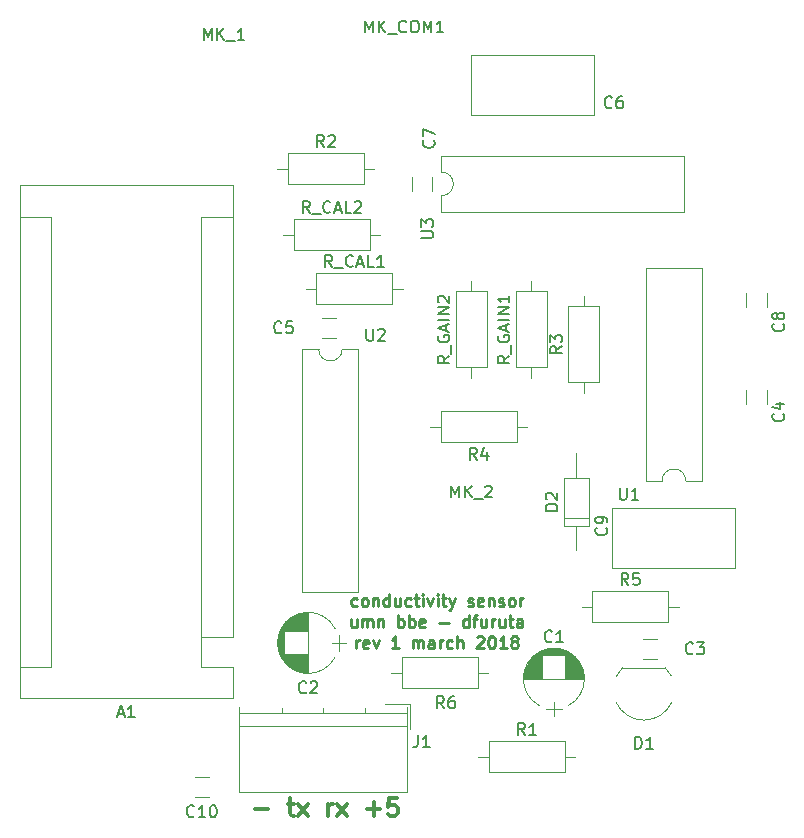
<source format=gbr>
G04 #@! TF.GenerationSoftware,KiCad,Pcbnew,(5.0.0-rc2-dev-179-gab3780148)*
G04 #@! TF.CreationDate,2018-03-20T14:47:54-05:00*
G04 #@! TF.ProjectId,conductivity_sensor,636F6E6475637469766974795F73656E,rev?*
G04 #@! TF.SameCoordinates,Original*
G04 #@! TF.FileFunction,Legend,Top*
G04 #@! TF.FilePolarity,Positive*
%FSLAX46Y46*%
G04 Gerber Fmt 4.6, Leading zero omitted, Abs format (unit mm)*
G04 Created by KiCad (PCBNEW (5.0.0-rc2-dev-179-gab3780148)) date 03/20/18 14:47:54*
%MOMM*%
%LPD*%
G01*
G04 APERTURE LIST*
%ADD10C,0.300000*%
%ADD11C,0.254000*%
%ADD12C,0.120000*%
%ADD13C,0.150000*%
G04 APERTURE END LIST*
D10*
X116900285Y-144125142D02*
X118043142Y-144125142D01*
X119686000Y-143696571D02*
X120257428Y-143696571D01*
X119900285Y-143196571D02*
X119900285Y-144482285D01*
X119971714Y-144625142D01*
X120114571Y-144696571D01*
X120257428Y-144696571D01*
X120614571Y-144696571D02*
X121400285Y-143696571D01*
X120614571Y-143696571D02*
X121400285Y-144696571D01*
X123114571Y-144696571D02*
X123114571Y-143696571D01*
X123114571Y-143982285D02*
X123186000Y-143839428D01*
X123257428Y-143768000D01*
X123400285Y-143696571D01*
X123543142Y-143696571D01*
X123900285Y-144696571D02*
X124686000Y-143696571D01*
X123900285Y-143696571D02*
X124686000Y-144696571D01*
X126400285Y-144125142D02*
X127543142Y-144125142D01*
X126971714Y-144696571D02*
X126971714Y-143553714D01*
X128971714Y-143196571D02*
X128257428Y-143196571D01*
X128186000Y-143910857D01*
X128257428Y-143839428D01*
X128400285Y-143768000D01*
X128757428Y-143768000D01*
X128900285Y-143839428D01*
X128971714Y-143910857D01*
X129043142Y-144053714D01*
X129043142Y-144410857D01*
X128971714Y-144553714D01*
X128900285Y-144625142D01*
X128757428Y-144696571D01*
X128400285Y-144696571D01*
X128257428Y-144625142D01*
X128186000Y-144553714D01*
D11*
X125584857Y-126903238D02*
X125488095Y-126951619D01*
X125294571Y-126951619D01*
X125197809Y-126903238D01*
X125149428Y-126854857D01*
X125101047Y-126758095D01*
X125101047Y-126467809D01*
X125149428Y-126371047D01*
X125197809Y-126322666D01*
X125294571Y-126274285D01*
X125488095Y-126274285D01*
X125584857Y-126322666D01*
X126165428Y-126951619D02*
X126068666Y-126903238D01*
X126020285Y-126854857D01*
X125971904Y-126758095D01*
X125971904Y-126467809D01*
X126020285Y-126371047D01*
X126068666Y-126322666D01*
X126165428Y-126274285D01*
X126310571Y-126274285D01*
X126407333Y-126322666D01*
X126455714Y-126371047D01*
X126504095Y-126467809D01*
X126504095Y-126758095D01*
X126455714Y-126854857D01*
X126407333Y-126903238D01*
X126310571Y-126951619D01*
X126165428Y-126951619D01*
X126939523Y-126274285D02*
X126939523Y-126951619D01*
X126939523Y-126371047D02*
X126987904Y-126322666D01*
X127084666Y-126274285D01*
X127229809Y-126274285D01*
X127326571Y-126322666D01*
X127374952Y-126419428D01*
X127374952Y-126951619D01*
X128294190Y-126951619D02*
X128294190Y-125935619D01*
X128294190Y-126903238D02*
X128197428Y-126951619D01*
X128003904Y-126951619D01*
X127907142Y-126903238D01*
X127858761Y-126854857D01*
X127810380Y-126758095D01*
X127810380Y-126467809D01*
X127858761Y-126371047D01*
X127907142Y-126322666D01*
X128003904Y-126274285D01*
X128197428Y-126274285D01*
X128294190Y-126322666D01*
X129213428Y-126274285D02*
X129213428Y-126951619D01*
X128778000Y-126274285D02*
X128778000Y-126806476D01*
X128826380Y-126903238D01*
X128923142Y-126951619D01*
X129068285Y-126951619D01*
X129165047Y-126903238D01*
X129213428Y-126854857D01*
X130132666Y-126903238D02*
X130035904Y-126951619D01*
X129842380Y-126951619D01*
X129745619Y-126903238D01*
X129697238Y-126854857D01*
X129648857Y-126758095D01*
X129648857Y-126467809D01*
X129697238Y-126371047D01*
X129745619Y-126322666D01*
X129842380Y-126274285D01*
X130035904Y-126274285D01*
X130132666Y-126322666D01*
X130422952Y-126274285D02*
X130810000Y-126274285D01*
X130568095Y-125935619D02*
X130568095Y-126806476D01*
X130616476Y-126903238D01*
X130713238Y-126951619D01*
X130810000Y-126951619D01*
X131148666Y-126951619D02*
X131148666Y-126274285D01*
X131148666Y-125935619D02*
X131100285Y-125984000D01*
X131148666Y-126032380D01*
X131197047Y-125984000D01*
X131148666Y-125935619D01*
X131148666Y-126032380D01*
X131535714Y-126274285D02*
X131777619Y-126951619D01*
X132019523Y-126274285D01*
X132406571Y-126951619D02*
X132406571Y-126274285D01*
X132406571Y-125935619D02*
X132358190Y-125984000D01*
X132406571Y-126032380D01*
X132454952Y-125984000D01*
X132406571Y-125935619D01*
X132406571Y-126032380D01*
X132745238Y-126274285D02*
X133132285Y-126274285D01*
X132890380Y-125935619D02*
X132890380Y-126806476D01*
X132938761Y-126903238D01*
X133035523Y-126951619D01*
X133132285Y-126951619D01*
X133374190Y-126274285D02*
X133616095Y-126951619D01*
X133858000Y-126274285D02*
X133616095Y-126951619D01*
X133519333Y-127193523D01*
X133470952Y-127241904D01*
X133374190Y-127290285D01*
X134970761Y-126903238D02*
X135067523Y-126951619D01*
X135261047Y-126951619D01*
X135357809Y-126903238D01*
X135406190Y-126806476D01*
X135406190Y-126758095D01*
X135357809Y-126661333D01*
X135261047Y-126612952D01*
X135115904Y-126612952D01*
X135019142Y-126564571D01*
X134970761Y-126467809D01*
X134970761Y-126419428D01*
X135019142Y-126322666D01*
X135115904Y-126274285D01*
X135261047Y-126274285D01*
X135357809Y-126322666D01*
X136228666Y-126903238D02*
X136131904Y-126951619D01*
X135938380Y-126951619D01*
X135841619Y-126903238D01*
X135793238Y-126806476D01*
X135793238Y-126419428D01*
X135841619Y-126322666D01*
X135938380Y-126274285D01*
X136131904Y-126274285D01*
X136228666Y-126322666D01*
X136277047Y-126419428D01*
X136277047Y-126516190D01*
X135793238Y-126612952D01*
X136712476Y-126274285D02*
X136712476Y-126951619D01*
X136712476Y-126371047D02*
X136760857Y-126322666D01*
X136857619Y-126274285D01*
X137002761Y-126274285D01*
X137099523Y-126322666D01*
X137147904Y-126419428D01*
X137147904Y-126951619D01*
X137583333Y-126903238D02*
X137680095Y-126951619D01*
X137873619Y-126951619D01*
X137970380Y-126903238D01*
X138018761Y-126806476D01*
X138018761Y-126758095D01*
X137970380Y-126661333D01*
X137873619Y-126612952D01*
X137728476Y-126612952D01*
X137631714Y-126564571D01*
X137583333Y-126467809D01*
X137583333Y-126419428D01*
X137631714Y-126322666D01*
X137728476Y-126274285D01*
X137873619Y-126274285D01*
X137970380Y-126322666D01*
X138599333Y-126951619D02*
X138502571Y-126903238D01*
X138454190Y-126854857D01*
X138405809Y-126758095D01*
X138405809Y-126467809D01*
X138454190Y-126371047D01*
X138502571Y-126322666D01*
X138599333Y-126274285D01*
X138744476Y-126274285D01*
X138841238Y-126322666D01*
X138889619Y-126371047D01*
X138938000Y-126467809D01*
X138938000Y-126758095D01*
X138889619Y-126854857D01*
X138841238Y-126903238D01*
X138744476Y-126951619D01*
X138599333Y-126951619D01*
X139373428Y-126951619D02*
X139373428Y-126274285D01*
X139373428Y-126467809D02*
X139421809Y-126371047D01*
X139470190Y-126322666D01*
X139566952Y-126274285D01*
X139663714Y-126274285D01*
X125536476Y-128052285D02*
X125536476Y-128729619D01*
X125101047Y-128052285D02*
X125101047Y-128584476D01*
X125149428Y-128681238D01*
X125246190Y-128729619D01*
X125391333Y-128729619D01*
X125488095Y-128681238D01*
X125536476Y-128632857D01*
X126020285Y-128729619D02*
X126020285Y-128052285D01*
X126020285Y-128149047D02*
X126068666Y-128100666D01*
X126165428Y-128052285D01*
X126310571Y-128052285D01*
X126407333Y-128100666D01*
X126455714Y-128197428D01*
X126455714Y-128729619D01*
X126455714Y-128197428D02*
X126504095Y-128100666D01*
X126600857Y-128052285D01*
X126746000Y-128052285D01*
X126842761Y-128100666D01*
X126891142Y-128197428D01*
X126891142Y-128729619D01*
X127374952Y-128052285D02*
X127374952Y-128729619D01*
X127374952Y-128149047D02*
X127423333Y-128100666D01*
X127520095Y-128052285D01*
X127665238Y-128052285D01*
X127762000Y-128100666D01*
X127810380Y-128197428D01*
X127810380Y-128729619D01*
X129068285Y-128729619D02*
X129068285Y-127713619D01*
X129068285Y-128100666D02*
X129165047Y-128052285D01*
X129358571Y-128052285D01*
X129455333Y-128100666D01*
X129503714Y-128149047D01*
X129552095Y-128245809D01*
X129552095Y-128536095D01*
X129503714Y-128632857D01*
X129455333Y-128681238D01*
X129358571Y-128729619D01*
X129165047Y-128729619D01*
X129068285Y-128681238D01*
X129987523Y-128729619D02*
X129987523Y-127713619D01*
X129987523Y-128100666D02*
X130084285Y-128052285D01*
X130277809Y-128052285D01*
X130374571Y-128100666D01*
X130422952Y-128149047D01*
X130471333Y-128245809D01*
X130471333Y-128536095D01*
X130422952Y-128632857D01*
X130374571Y-128681238D01*
X130277809Y-128729619D01*
X130084285Y-128729619D01*
X129987523Y-128681238D01*
X131293809Y-128681238D02*
X131197047Y-128729619D01*
X131003523Y-128729619D01*
X130906761Y-128681238D01*
X130858380Y-128584476D01*
X130858380Y-128197428D01*
X130906761Y-128100666D01*
X131003523Y-128052285D01*
X131197047Y-128052285D01*
X131293809Y-128100666D01*
X131342190Y-128197428D01*
X131342190Y-128294190D01*
X130858380Y-128390952D01*
X132551714Y-128342571D02*
X133325809Y-128342571D01*
X135019142Y-128729619D02*
X135019142Y-127713619D01*
X135019142Y-128681238D02*
X134922380Y-128729619D01*
X134728857Y-128729619D01*
X134632095Y-128681238D01*
X134583714Y-128632857D01*
X134535333Y-128536095D01*
X134535333Y-128245809D01*
X134583714Y-128149047D01*
X134632095Y-128100666D01*
X134728857Y-128052285D01*
X134922380Y-128052285D01*
X135019142Y-128100666D01*
X135357809Y-128052285D02*
X135744857Y-128052285D01*
X135502952Y-128729619D02*
X135502952Y-127858761D01*
X135551333Y-127762000D01*
X135648095Y-127713619D01*
X135744857Y-127713619D01*
X136518952Y-128052285D02*
X136518952Y-128729619D01*
X136083523Y-128052285D02*
X136083523Y-128584476D01*
X136131904Y-128681238D01*
X136228666Y-128729619D01*
X136373809Y-128729619D01*
X136470571Y-128681238D01*
X136518952Y-128632857D01*
X137002761Y-128729619D02*
X137002761Y-128052285D01*
X137002761Y-128245809D02*
X137051142Y-128149047D01*
X137099523Y-128100666D01*
X137196285Y-128052285D01*
X137293047Y-128052285D01*
X138067142Y-128052285D02*
X138067142Y-128729619D01*
X137631714Y-128052285D02*
X137631714Y-128584476D01*
X137680095Y-128681238D01*
X137776857Y-128729619D01*
X137922000Y-128729619D01*
X138018761Y-128681238D01*
X138067142Y-128632857D01*
X138405809Y-128052285D02*
X138792857Y-128052285D01*
X138550952Y-127713619D02*
X138550952Y-128584476D01*
X138599333Y-128681238D01*
X138696095Y-128729619D01*
X138792857Y-128729619D01*
X139566952Y-128729619D02*
X139566952Y-128197428D01*
X139518571Y-128100666D01*
X139421809Y-128052285D01*
X139228285Y-128052285D01*
X139131523Y-128100666D01*
X139566952Y-128681238D02*
X139470190Y-128729619D01*
X139228285Y-128729619D01*
X139131523Y-128681238D01*
X139083142Y-128584476D01*
X139083142Y-128487714D01*
X139131523Y-128390952D01*
X139228285Y-128342571D01*
X139470190Y-128342571D01*
X139566952Y-128294190D01*
X125512285Y-130507619D02*
X125512285Y-129830285D01*
X125512285Y-130023809D02*
X125560666Y-129927047D01*
X125609047Y-129878666D01*
X125705809Y-129830285D01*
X125802571Y-129830285D01*
X126528285Y-130459238D02*
X126431523Y-130507619D01*
X126238000Y-130507619D01*
X126141238Y-130459238D01*
X126092857Y-130362476D01*
X126092857Y-129975428D01*
X126141238Y-129878666D01*
X126238000Y-129830285D01*
X126431523Y-129830285D01*
X126528285Y-129878666D01*
X126576666Y-129975428D01*
X126576666Y-130072190D01*
X126092857Y-130168952D01*
X126915333Y-129830285D02*
X127157238Y-130507619D01*
X127399142Y-129830285D01*
X129092476Y-130507619D02*
X128511904Y-130507619D01*
X128802190Y-130507619D02*
X128802190Y-129491619D01*
X128705428Y-129636761D01*
X128608666Y-129733523D01*
X128511904Y-129781904D01*
X130302000Y-130507619D02*
X130302000Y-129830285D01*
X130302000Y-129927047D02*
X130350380Y-129878666D01*
X130447142Y-129830285D01*
X130592285Y-129830285D01*
X130689047Y-129878666D01*
X130737428Y-129975428D01*
X130737428Y-130507619D01*
X130737428Y-129975428D02*
X130785809Y-129878666D01*
X130882571Y-129830285D01*
X131027714Y-129830285D01*
X131124476Y-129878666D01*
X131172857Y-129975428D01*
X131172857Y-130507619D01*
X132092095Y-130507619D02*
X132092095Y-129975428D01*
X132043714Y-129878666D01*
X131946952Y-129830285D01*
X131753428Y-129830285D01*
X131656666Y-129878666D01*
X132092095Y-130459238D02*
X131995333Y-130507619D01*
X131753428Y-130507619D01*
X131656666Y-130459238D01*
X131608285Y-130362476D01*
X131608285Y-130265714D01*
X131656666Y-130168952D01*
X131753428Y-130120571D01*
X131995333Y-130120571D01*
X132092095Y-130072190D01*
X132575904Y-130507619D02*
X132575904Y-129830285D01*
X132575904Y-130023809D02*
X132624285Y-129927047D01*
X132672666Y-129878666D01*
X132769428Y-129830285D01*
X132866190Y-129830285D01*
X133640285Y-130459238D02*
X133543523Y-130507619D01*
X133350000Y-130507619D01*
X133253238Y-130459238D01*
X133204857Y-130410857D01*
X133156476Y-130314095D01*
X133156476Y-130023809D01*
X133204857Y-129927047D01*
X133253238Y-129878666D01*
X133350000Y-129830285D01*
X133543523Y-129830285D01*
X133640285Y-129878666D01*
X134075714Y-130507619D02*
X134075714Y-129491619D01*
X134511142Y-130507619D02*
X134511142Y-129975428D01*
X134462761Y-129878666D01*
X134366000Y-129830285D01*
X134220857Y-129830285D01*
X134124095Y-129878666D01*
X134075714Y-129927047D01*
X135720666Y-129588380D02*
X135769047Y-129540000D01*
X135865809Y-129491619D01*
X136107714Y-129491619D01*
X136204476Y-129540000D01*
X136252857Y-129588380D01*
X136301238Y-129685142D01*
X136301238Y-129781904D01*
X136252857Y-129927047D01*
X135672285Y-130507619D01*
X136301238Y-130507619D01*
X136930190Y-129491619D02*
X137026952Y-129491619D01*
X137123714Y-129540000D01*
X137172095Y-129588380D01*
X137220476Y-129685142D01*
X137268857Y-129878666D01*
X137268857Y-130120571D01*
X137220476Y-130314095D01*
X137172095Y-130410857D01*
X137123714Y-130459238D01*
X137026952Y-130507619D01*
X136930190Y-130507619D01*
X136833428Y-130459238D01*
X136785047Y-130410857D01*
X136736666Y-130314095D01*
X136688285Y-130120571D01*
X136688285Y-129878666D01*
X136736666Y-129685142D01*
X136785047Y-129588380D01*
X136833428Y-129540000D01*
X136930190Y-129491619D01*
X138236476Y-130507619D02*
X137655904Y-130507619D01*
X137946190Y-130507619D02*
X137946190Y-129491619D01*
X137849428Y-129636761D01*
X137752666Y-129733523D01*
X137655904Y-129781904D01*
X138817047Y-129927047D02*
X138720285Y-129878666D01*
X138671904Y-129830285D01*
X138623523Y-129733523D01*
X138623523Y-129685142D01*
X138671904Y-129588380D01*
X138720285Y-129540000D01*
X138817047Y-129491619D01*
X139010571Y-129491619D01*
X139107333Y-129540000D01*
X139155714Y-129588380D01*
X139204095Y-129685142D01*
X139204095Y-129733523D01*
X139155714Y-129830285D01*
X139107333Y-129878666D01*
X139010571Y-129927047D01*
X138817047Y-129927047D01*
X138720285Y-129975428D01*
X138671904Y-130023809D01*
X138623523Y-130120571D01*
X138623523Y-130314095D01*
X138671904Y-130410857D01*
X138720285Y-130459238D01*
X138817047Y-130507619D01*
X139010571Y-130507619D01*
X139107333Y-130459238D01*
X139155714Y-130410857D01*
X139204095Y-130314095D01*
X139204095Y-130120571D01*
X139155714Y-130023809D01*
X139107333Y-129975428D01*
X139010571Y-129927047D01*
D12*
X113002000Y-143101000D02*
X111828000Y-143101000D01*
X113002000Y-141379000D02*
X111828000Y-141379000D01*
X112395000Y-129540000D02*
X112395000Y-132080000D01*
X112395000Y-132080000D02*
X115065000Y-132080000D01*
X115065000Y-129540000D02*
X115065000Y-91310000D01*
X115065000Y-134750000D02*
X115065000Y-132080000D01*
X99695000Y-132080000D02*
X97025000Y-132080000D01*
X99695000Y-132080000D02*
X99695000Y-93980000D01*
X99695000Y-93980000D02*
X97025000Y-93980000D01*
X112395000Y-129540000D02*
X115065000Y-129540000D01*
X112395000Y-129540000D02*
X112395000Y-93980000D01*
X112395000Y-93980000D02*
X115065000Y-93980000D01*
X115065000Y-91310000D02*
X97025000Y-91310000D01*
X97025000Y-91310000D02*
X97025000Y-134750000D01*
X97025000Y-134750000D02*
X115065000Y-134750000D01*
X132722000Y-92186000D02*
X132722000Y-93556000D01*
X132722000Y-93556000D02*
X153282000Y-93556000D01*
X153282000Y-93556000D02*
X153282000Y-88816000D01*
X153282000Y-88816000D02*
X132722000Y-88816000D01*
X132722000Y-88816000D02*
X132722000Y-90186000D01*
X132722000Y-90186000D02*
G75*
G02X132722000Y-92186000I0J-1000000D01*
G01*
X122317000Y-105163000D02*
X120947000Y-105163000D01*
X120947000Y-105163000D02*
X120947000Y-125723000D01*
X120947000Y-125723000D02*
X125687000Y-125723000D01*
X125687000Y-125723000D02*
X125687000Y-105163000D01*
X125687000Y-105163000D02*
X124317000Y-105163000D01*
X124317000Y-105163000D02*
G75*
G02X122317000Y-105163000I-1000000J0D01*
G01*
X153400000Y-116325000D02*
X154770000Y-116325000D01*
X154770000Y-116325000D02*
X154770000Y-98305000D01*
X154770000Y-98305000D02*
X150030000Y-98305000D01*
X150030000Y-98305000D02*
X150030000Y-116325000D01*
X150030000Y-116325000D02*
X151400000Y-116325000D01*
X151400000Y-116325000D02*
G75*
G02X153400000Y-116325000I1000000J0D01*
G01*
X133945000Y-106715000D02*
X136565000Y-106715000D01*
X136565000Y-106715000D02*
X136565000Y-100295000D01*
X136565000Y-100295000D02*
X133945000Y-100295000D01*
X133945000Y-100295000D02*
X133945000Y-106715000D01*
X135255000Y-107605000D02*
X135255000Y-106715000D01*
X135255000Y-99405000D02*
X135255000Y-100295000D01*
X139025000Y-106715000D02*
X141645000Y-106715000D01*
X141645000Y-106715000D02*
X141645000Y-100295000D01*
X141645000Y-100295000D02*
X139025000Y-100295000D01*
X139025000Y-100295000D02*
X139025000Y-106715000D01*
X140335000Y-107605000D02*
X140335000Y-106715000D01*
X140335000Y-99405000D02*
X140335000Y-100295000D01*
X120234000Y-94194000D02*
X120234000Y-96814000D01*
X120234000Y-96814000D02*
X126654000Y-96814000D01*
X126654000Y-96814000D02*
X126654000Y-94194000D01*
X126654000Y-94194000D02*
X120234000Y-94194000D01*
X119344000Y-95504000D02*
X120234000Y-95504000D01*
X127544000Y-95504000D02*
X126654000Y-95504000D01*
X122139000Y-98766000D02*
X122139000Y-101386000D01*
X122139000Y-101386000D02*
X128559000Y-101386000D01*
X128559000Y-101386000D02*
X128559000Y-98766000D01*
X128559000Y-98766000D02*
X122139000Y-98766000D01*
X121249000Y-100076000D02*
X122139000Y-100076000D01*
X129449000Y-100076000D02*
X128559000Y-100076000D01*
X129378000Y-131278000D02*
X129378000Y-133898000D01*
X129378000Y-133898000D02*
X135798000Y-133898000D01*
X135798000Y-133898000D02*
X135798000Y-131278000D01*
X135798000Y-131278000D02*
X129378000Y-131278000D01*
X128488000Y-132588000D02*
X129378000Y-132588000D01*
X136688000Y-132588000D02*
X135798000Y-132588000D01*
X145507000Y-125690000D02*
X145507000Y-128310000D01*
X145507000Y-128310000D02*
X151927000Y-128310000D01*
X151927000Y-128310000D02*
X151927000Y-125690000D01*
X151927000Y-125690000D02*
X145507000Y-125690000D01*
X144617000Y-127000000D02*
X145507000Y-127000000D01*
X152817000Y-127000000D02*
X151927000Y-127000000D01*
X139100000Y-113070000D02*
X139100000Y-110450000D01*
X139100000Y-110450000D02*
X132680000Y-110450000D01*
X132680000Y-110450000D02*
X132680000Y-113070000D01*
X132680000Y-113070000D02*
X139100000Y-113070000D01*
X139990000Y-111760000D02*
X139100000Y-111760000D01*
X131790000Y-111760000D02*
X132680000Y-111760000D01*
X143470000Y-107985000D02*
X146090000Y-107985000D01*
X146090000Y-107985000D02*
X146090000Y-101565000D01*
X146090000Y-101565000D02*
X143470000Y-101565000D01*
X143470000Y-101565000D02*
X143470000Y-107985000D01*
X144780000Y-108875000D02*
X144780000Y-107985000D01*
X144780000Y-100675000D02*
X144780000Y-101565000D01*
X119726000Y-88606000D02*
X119726000Y-91226000D01*
X119726000Y-91226000D02*
X126146000Y-91226000D01*
X126146000Y-91226000D02*
X126146000Y-88606000D01*
X126146000Y-88606000D02*
X119726000Y-88606000D01*
X118836000Y-89916000D02*
X119726000Y-89916000D01*
X127036000Y-89916000D02*
X126146000Y-89916000D01*
X136744000Y-138390000D02*
X136744000Y-141010000D01*
X136744000Y-141010000D02*
X143164000Y-141010000D01*
X143164000Y-141010000D02*
X143164000Y-138390000D01*
X143164000Y-138390000D02*
X136744000Y-138390000D01*
X135854000Y-139700000D02*
X136744000Y-139700000D01*
X144054000Y-139700000D02*
X143164000Y-139700000D01*
X129810000Y-137092000D02*
X115610000Y-137092000D01*
X129810000Y-135992000D02*
X115610000Y-135992000D01*
X129810000Y-135492000D02*
X129810000Y-142692000D01*
X129810000Y-142692000D02*
X115610000Y-142692000D01*
X115610000Y-142692000D02*
X115610000Y-135492000D01*
X126210000Y-135992000D02*
X126210000Y-135592000D01*
X122710000Y-135992000D02*
X122710000Y-135592000D01*
X119210000Y-135992000D02*
X119210000Y-135592000D01*
X130050000Y-137342000D02*
X130050000Y-135252000D01*
X130050000Y-135252000D02*
X127960000Y-135252000D01*
X143085000Y-120170000D02*
X145205000Y-120170000D01*
X145205000Y-120170000D02*
X145205000Y-116050000D01*
X145205000Y-116050000D02*
X143085000Y-116050000D01*
X143085000Y-116050000D02*
X143085000Y-120170000D01*
X144145000Y-122210000D02*
X144145000Y-120170000D01*
X144145000Y-114010000D02*
X144145000Y-116050000D01*
X143085000Y-119510000D02*
X145205000Y-119510000D01*
X151660000Y-132135000D02*
X148060000Y-132135000D01*
X152184184Y-132862205D02*
G75*
G03X151660000Y-132135000I-2324184J-1122795D01*
G01*
X152216400Y-135083807D02*
G75*
G02X149860000Y-136585000I-2356400J1098807D01*
G01*
X147503600Y-135083807D02*
G75*
G03X149860000Y-136585000I2356400J1098807D01*
G01*
X147535816Y-132862205D02*
G75*
G02X148060000Y-132135000I2324184J-1122795D01*
G01*
X147130000Y-118598000D02*
X157550000Y-118598000D01*
X147130000Y-123718000D02*
X157550000Y-123718000D01*
X147130000Y-118598000D02*
X147130000Y-123718000D01*
X157550000Y-118598000D02*
X157550000Y-123718000D01*
X158524000Y-101572000D02*
X158524000Y-100398000D01*
X160246000Y-101572000D02*
X160246000Y-100398000D01*
X131925000Y-90579000D02*
X131925000Y-91753000D01*
X130203000Y-90579000D02*
X130203000Y-91753000D01*
X145605000Y-85364000D02*
X135185000Y-85364000D01*
X145605000Y-80244000D02*
X135185000Y-80244000D01*
X145605000Y-85364000D02*
X145605000Y-80244000D01*
X135185000Y-85364000D02*
X135185000Y-80244000D01*
X123757000Y-104239000D02*
X122583000Y-104239000D01*
X123757000Y-102517000D02*
X122583000Y-102517000D01*
X160246000Y-108613000D02*
X160246000Y-109787000D01*
X158524000Y-108613000D02*
X158524000Y-109787000D01*
X150935000Y-131417000D02*
X149761000Y-131417000D01*
X150935000Y-129695000D02*
X149761000Y-129695000D01*
X119122278Y-131227723D02*
G75*
G03X123733580Y-131228000I2305722J1179723D01*
G01*
X119122278Y-128868277D02*
G75*
G02X123733580Y-128868000I2305722J-1179723D01*
G01*
X119122278Y-128868277D02*
G75*
G03X119122420Y-131228000I2305722J-1179723D01*
G01*
X121428000Y-132598000D02*
X121428000Y-127498000D01*
X121388000Y-132598000D02*
X121388000Y-131028000D01*
X121388000Y-129068000D02*
X121388000Y-127498000D01*
X121348000Y-132597000D02*
X121348000Y-131028000D01*
X121348000Y-129068000D02*
X121348000Y-127499000D01*
X121308000Y-132596000D02*
X121308000Y-131028000D01*
X121308000Y-129068000D02*
X121308000Y-127500000D01*
X121268000Y-132594000D02*
X121268000Y-131028000D01*
X121268000Y-129068000D02*
X121268000Y-127502000D01*
X121228000Y-132591000D02*
X121228000Y-131028000D01*
X121228000Y-129068000D02*
X121228000Y-127505000D01*
X121188000Y-132587000D02*
X121188000Y-131028000D01*
X121188000Y-129068000D02*
X121188000Y-127509000D01*
X121148000Y-132583000D02*
X121148000Y-131028000D01*
X121148000Y-129068000D02*
X121148000Y-127513000D01*
X121108000Y-132579000D02*
X121108000Y-131028000D01*
X121108000Y-129068000D02*
X121108000Y-127517000D01*
X121068000Y-132573000D02*
X121068000Y-131028000D01*
X121068000Y-129068000D02*
X121068000Y-127523000D01*
X121028000Y-132567000D02*
X121028000Y-131028000D01*
X121028000Y-129068000D02*
X121028000Y-127529000D01*
X120988000Y-132561000D02*
X120988000Y-131028000D01*
X120988000Y-129068000D02*
X120988000Y-127535000D01*
X120948000Y-132554000D02*
X120948000Y-131028000D01*
X120948000Y-129068000D02*
X120948000Y-127542000D01*
X120908000Y-132546000D02*
X120908000Y-131028000D01*
X120908000Y-129068000D02*
X120908000Y-127550000D01*
X120868000Y-132537000D02*
X120868000Y-131028000D01*
X120868000Y-129068000D02*
X120868000Y-127559000D01*
X120828000Y-132528000D02*
X120828000Y-131028000D01*
X120828000Y-129068000D02*
X120828000Y-127568000D01*
X120788000Y-132518000D02*
X120788000Y-131028000D01*
X120788000Y-129068000D02*
X120788000Y-127578000D01*
X120748000Y-132508000D02*
X120748000Y-131028000D01*
X120748000Y-129068000D02*
X120748000Y-127588000D01*
X120707000Y-132496000D02*
X120707000Y-131028000D01*
X120707000Y-129068000D02*
X120707000Y-127600000D01*
X120667000Y-132484000D02*
X120667000Y-131028000D01*
X120667000Y-129068000D02*
X120667000Y-127612000D01*
X120627000Y-132472000D02*
X120627000Y-131028000D01*
X120627000Y-129068000D02*
X120627000Y-127624000D01*
X120587000Y-132458000D02*
X120587000Y-131028000D01*
X120587000Y-129068000D02*
X120587000Y-127638000D01*
X120547000Y-132444000D02*
X120547000Y-131028000D01*
X120547000Y-129068000D02*
X120547000Y-127652000D01*
X120507000Y-132430000D02*
X120507000Y-131028000D01*
X120507000Y-129068000D02*
X120507000Y-127666000D01*
X120467000Y-132414000D02*
X120467000Y-131028000D01*
X120467000Y-129068000D02*
X120467000Y-127682000D01*
X120427000Y-132398000D02*
X120427000Y-131028000D01*
X120427000Y-129068000D02*
X120427000Y-127698000D01*
X120387000Y-132381000D02*
X120387000Y-131028000D01*
X120387000Y-129068000D02*
X120387000Y-127715000D01*
X120347000Y-132363000D02*
X120347000Y-131028000D01*
X120347000Y-129068000D02*
X120347000Y-127733000D01*
X120307000Y-132344000D02*
X120307000Y-131028000D01*
X120307000Y-129068000D02*
X120307000Y-127752000D01*
X120267000Y-132324000D02*
X120267000Y-131028000D01*
X120267000Y-129068000D02*
X120267000Y-127772000D01*
X120227000Y-132304000D02*
X120227000Y-131028000D01*
X120227000Y-129068000D02*
X120227000Y-127792000D01*
X120187000Y-132282000D02*
X120187000Y-131028000D01*
X120187000Y-129068000D02*
X120187000Y-127814000D01*
X120147000Y-132260000D02*
X120147000Y-131028000D01*
X120147000Y-129068000D02*
X120147000Y-127836000D01*
X120107000Y-132237000D02*
X120107000Y-131028000D01*
X120107000Y-129068000D02*
X120107000Y-127859000D01*
X120067000Y-132213000D02*
X120067000Y-131028000D01*
X120067000Y-129068000D02*
X120067000Y-127883000D01*
X120027000Y-132188000D02*
X120027000Y-131028000D01*
X120027000Y-129068000D02*
X120027000Y-127908000D01*
X119987000Y-132161000D02*
X119987000Y-131028000D01*
X119987000Y-129068000D02*
X119987000Y-127935000D01*
X119947000Y-132134000D02*
X119947000Y-131028000D01*
X119947000Y-129068000D02*
X119947000Y-127962000D01*
X119907000Y-132106000D02*
X119907000Y-131028000D01*
X119907000Y-129068000D02*
X119907000Y-127990000D01*
X119867000Y-132076000D02*
X119867000Y-131028000D01*
X119867000Y-129068000D02*
X119867000Y-128020000D01*
X119827000Y-132045000D02*
X119827000Y-131028000D01*
X119827000Y-129068000D02*
X119827000Y-128051000D01*
X119787000Y-132013000D02*
X119787000Y-131028000D01*
X119787000Y-129068000D02*
X119787000Y-128083000D01*
X119747000Y-131980000D02*
X119747000Y-131028000D01*
X119747000Y-129068000D02*
X119747000Y-128116000D01*
X119707000Y-131945000D02*
X119707000Y-131028000D01*
X119707000Y-129068000D02*
X119707000Y-128151000D01*
X119667000Y-131909000D02*
X119667000Y-131028000D01*
X119667000Y-129068000D02*
X119667000Y-128187000D01*
X119627000Y-131871000D02*
X119627000Y-131028000D01*
X119627000Y-129068000D02*
X119627000Y-128225000D01*
X119587000Y-131831000D02*
X119587000Y-131028000D01*
X119587000Y-129068000D02*
X119587000Y-128265000D01*
X119547000Y-131790000D02*
X119547000Y-131028000D01*
X119547000Y-129068000D02*
X119547000Y-128306000D01*
X119507000Y-131747000D02*
X119507000Y-131028000D01*
X119507000Y-129068000D02*
X119507000Y-128349000D01*
X119467000Y-131702000D02*
X119467000Y-131028000D01*
X119467000Y-129068000D02*
X119467000Y-128394000D01*
X119427000Y-131654000D02*
X119427000Y-128442000D01*
X119387000Y-131604000D02*
X119387000Y-128492000D01*
X119347000Y-131552000D02*
X119347000Y-128544000D01*
X119307000Y-131496000D02*
X119307000Y-128600000D01*
X119267000Y-131438000D02*
X119267000Y-128658000D01*
X119227000Y-131375000D02*
X119227000Y-128721000D01*
X119187000Y-131309000D02*
X119187000Y-128787000D01*
X119147000Y-131237000D02*
X119147000Y-128859000D01*
X119107000Y-131160000D02*
X119107000Y-128936000D01*
X119067000Y-131076000D02*
X119067000Y-129020000D01*
X119027000Y-130982000D02*
X119027000Y-129114000D01*
X118987000Y-130877000D02*
X118987000Y-129219000D01*
X118947000Y-130755000D02*
X118947000Y-129341000D01*
X118907000Y-130607000D02*
X118907000Y-129489000D01*
X118867000Y-130402000D02*
X118867000Y-129694000D01*
X124628000Y-130048000D02*
X123428000Y-130048000D01*
X124028000Y-130698000D02*
X124028000Y-129398000D01*
X141060277Y-130774278D02*
G75*
G03X141060000Y-135385580I1179723J-2305722D01*
G01*
X143419723Y-130774278D02*
G75*
G02X143420000Y-135385580I-1179723J-2305722D01*
G01*
X143419723Y-130774278D02*
G75*
G03X141060000Y-130774420I-1179723J-2305722D01*
G01*
X139690000Y-133080000D02*
X144790000Y-133080000D01*
X139690000Y-133040000D02*
X141260000Y-133040000D01*
X143220000Y-133040000D02*
X144790000Y-133040000D01*
X139691000Y-133000000D02*
X141260000Y-133000000D01*
X143220000Y-133000000D02*
X144789000Y-133000000D01*
X139692000Y-132960000D02*
X141260000Y-132960000D01*
X143220000Y-132960000D02*
X144788000Y-132960000D01*
X139694000Y-132920000D02*
X141260000Y-132920000D01*
X143220000Y-132920000D02*
X144786000Y-132920000D01*
X139697000Y-132880000D02*
X141260000Y-132880000D01*
X143220000Y-132880000D02*
X144783000Y-132880000D01*
X139701000Y-132840000D02*
X141260000Y-132840000D01*
X143220000Y-132840000D02*
X144779000Y-132840000D01*
X139705000Y-132800000D02*
X141260000Y-132800000D01*
X143220000Y-132800000D02*
X144775000Y-132800000D01*
X139709000Y-132760000D02*
X141260000Y-132760000D01*
X143220000Y-132760000D02*
X144771000Y-132760000D01*
X139715000Y-132720000D02*
X141260000Y-132720000D01*
X143220000Y-132720000D02*
X144765000Y-132720000D01*
X139721000Y-132680000D02*
X141260000Y-132680000D01*
X143220000Y-132680000D02*
X144759000Y-132680000D01*
X139727000Y-132640000D02*
X141260000Y-132640000D01*
X143220000Y-132640000D02*
X144753000Y-132640000D01*
X139734000Y-132600000D02*
X141260000Y-132600000D01*
X143220000Y-132600000D02*
X144746000Y-132600000D01*
X139742000Y-132560000D02*
X141260000Y-132560000D01*
X143220000Y-132560000D02*
X144738000Y-132560000D01*
X139751000Y-132520000D02*
X141260000Y-132520000D01*
X143220000Y-132520000D02*
X144729000Y-132520000D01*
X139760000Y-132480000D02*
X141260000Y-132480000D01*
X143220000Y-132480000D02*
X144720000Y-132480000D01*
X139770000Y-132440000D02*
X141260000Y-132440000D01*
X143220000Y-132440000D02*
X144710000Y-132440000D01*
X139780000Y-132400000D02*
X141260000Y-132400000D01*
X143220000Y-132400000D02*
X144700000Y-132400000D01*
X139792000Y-132359000D02*
X141260000Y-132359000D01*
X143220000Y-132359000D02*
X144688000Y-132359000D01*
X139804000Y-132319000D02*
X141260000Y-132319000D01*
X143220000Y-132319000D02*
X144676000Y-132319000D01*
X139816000Y-132279000D02*
X141260000Y-132279000D01*
X143220000Y-132279000D02*
X144664000Y-132279000D01*
X139830000Y-132239000D02*
X141260000Y-132239000D01*
X143220000Y-132239000D02*
X144650000Y-132239000D01*
X139844000Y-132199000D02*
X141260000Y-132199000D01*
X143220000Y-132199000D02*
X144636000Y-132199000D01*
X139858000Y-132159000D02*
X141260000Y-132159000D01*
X143220000Y-132159000D02*
X144622000Y-132159000D01*
X139874000Y-132119000D02*
X141260000Y-132119000D01*
X143220000Y-132119000D02*
X144606000Y-132119000D01*
X139890000Y-132079000D02*
X141260000Y-132079000D01*
X143220000Y-132079000D02*
X144590000Y-132079000D01*
X139907000Y-132039000D02*
X141260000Y-132039000D01*
X143220000Y-132039000D02*
X144573000Y-132039000D01*
X139925000Y-131999000D02*
X141260000Y-131999000D01*
X143220000Y-131999000D02*
X144555000Y-131999000D01*
X139944000Y-131959000D02*
X141260000Y-131959000D01*
X143220000Y-131959000D02*
X144536000Y-131959000D01*
X139964000Y-131919000D02*
X141260000Y-131919000D01*
X143220000Y-131919000D02*
X144516000Y-131919000D01*
X139984000Y-131879000D02*
X141260000Y-131879000D01*
X143220000Y-131879000D02*
X144496000Y-131879000D01*
X140006000Y-131839000D02*
X141260000Y-131839000D01*
X143220000Y-131839000D02*
X144474000Y-131839000D01*
X140028000Y-131799000D02*
X141260000Y-131799000D01*
X143220000Y-131799000D02*
X144452000Y-131799000D01*
X140051000Y-131759000D02*
X141260000Y-131759000D01*
X143220000Y-131759000D02*
X144429000Y-131759000D01*
X140075000Y-131719000D02*
X141260000Y-131719000D01*
X143220000Y-131719000D02*
X144405000Y-131719000D01*
X140100000Y-131679000D02*
X141260000Y-131679000D01*
X143220000Y-131679000D02*
X144380000Y-131679000D01*
X140127000Y-131639000D02*
X141260000Y-131639000D01*
X143220000Y-131639000D02*
X144353000Y-131639000D01*
X140154000Y-131599000D02*
X141260000Y-131599000D01*
X143220000Y-131599000D02*
X144326000Y-131599000D01*
X140182000Y-131559000D02*
X141260000Y-131559000D01*
X143220000Y-131559000D02*
X144298000Y-131559000D01*
X140212000Y-131519000D02*
X141260000Y-131519000D01*
X143220000Y-131519000D02*
X144268000Y-131519000D01*
X140243000Y-131479000D02*
X141260000Y-131479000D01*
X143220000Y-131479000D02*
X144237000Y-131479000D01*
X140275000Y-131439000D02*
X141260000Y-131439000D01*
X143220000Y-131439000D02*
X144205000Y-131439000D01*
X140308000Y-131399000D02*
X141260000Y-131399000D01*
X143220000Y-131399000D02*
X144172000Y-131399000D01*
X140343000Y-131359000D02*
X141260000Y-131359000D01*
X143220000Y-131359000D02*
X144137000Y-131359000D01*
X140379000Y-131319000D02*
X141260000Y-131319000D01*
X143220000Y-131319000D02*
X144101000Y-131319000D01*
X140417000Y-131279000D02*
X141260000Y-131279000D01*
X143220000Y-131279000D02*
X144063000Y-131279000D01*
X140457000Y-131239000D02*
X141260000Y-131239000D01*
X143220000Y-131239000D02*
X144023000Y-131239000D01*
X140498000Y-131199000D02*
X141260000Y-131199000D01*
X143220000Y-131199000D02*
X143982000Y-131199000D01*
X140541000Y-131159000D02*
X141260000Y-131159000D01*
X143220000Y-131159000D02*
X143939000Y-131159000D01*
X140586000Y-131119000D02*
X141260000Y-131119000D01*
X143220000Y-131119000D02*
X143894000Y-131119000D01*
X140634000Y-131079000D02*
X143846000Y-131079000D01*
X140684000Y-131039000D02*
X143796000Y-131039000D01*
X140736000Y-130999000D02*
X143744000Y-130999000D01*
X140792000Y-130959000D02*
X143688000Y-130959000D01*
X140850000Y-130919000D02*
X143630000Y-130919000D01*
X140913000Y-130879000D02*
X143567000Y-130879000D01*
X140979000Y-130839000D02*
X143501000Y-130839000D01*
X141051000Y-130799000D02*
X143429000Y-130799000D01*
X141128000Y-130759000D02*
X143352000Y-130759000D01*
X141212000Y-130719000D02*
X143268000Y-130719000D01*
X141306000Y-130679000D02*
X143174000Y-130679000D01*
X141411000Y-130639000D02*
X143069000Y-130639000D01*
X141533000Y-130599000D02*
X142947000Y-130599000D01*
X141681000Y-130559000D02*
X142799000Y-130559000D01*
X141886000Y-130519000D02*
X142594000Y-130519000D01*
X142240000Y-136280000D02*
X142240000Y-135080000D01*
X141590000Y-135680000D02*
X142890000Y-135680000D01*
D13*
X111772142Y-144707142D02*
X111724523Y-144754761D01*
X111581666Y-144802380D01*
X111486428Y-144802380D01*
X111343571Y-144754761D01*
X111248333Y-144659523D01*
X111200714Y-144564285D01*
X111153095Y-144373809D01*
X111153095Y-144230952D01*
X111200714Y-144040476D01*
X111248333Y-143945238D01*
X111343571Y-143850000D01*
X111486428Y-143802380D01*
X111581666Y-143802380D01*
X111724523Y-143850000D01*
X111772142Y-143897619D01*
X112724523Y-144802380D02*
X112153095Y-144802380D01*
X112438809Y-144802380D02*
X112438809Y-143802380D01*
X112343571Y-143945238D01*
X112248333Y-144040476D01*
X112153095Y-144088095D01*
X113343571Y-143802380D02*
X113438809Y-143802380D01*
X113534047Y-143850000D01*
X113581666Y-143897619D01*
X113629285Y-143992857D01*
X113676904Y-144183333D01*
X113676904Y-144421428D01*
X113629285Y-144611904D01*
X113581666Y-144707142D01*
X113534047Y-144754761D01*
X113438809Y-144802380D01*
X113343571Y-144802380D01*
X113248333Y-144754761D01*
X113200714Y-144707142D01*
X113153095Y-144611904D01*
X113105476Y-144421428D01*
X113105476Y-144183333D01*
X113153095Y-143992857D01*
X113200714Y-143897619D01*
X113248333Y-143850000D01*
X113343571Y-143802380D01*
X105330714Y-136056666D02*
X105806904Y-136056666D01*
X105235476Y-136342380D02*
X105568809Y-135342380D01*
X105902142Y-136342380D01*
X106759285Y-136342380D02*
X106187857Y-136342380D01*
X106473571Y-136342380D02*
X106473571Y-135342380D01*
X106378333Y-135485238D01*
X106283095Y-135580476D01*
X106187857Y-135628095D01*
X131024380Y-95757904D02*
X131833904Y-95757904D01*
X131929142Y-95710285D01*
X131976761Y-95662666D01*
X132024380Y-95567428D01*
X132024380Y-95376952D01*
X131976761Y-95281714D01*
X131929142Y-95234095D01*
X131833904Y-95186476D01*
X131024380Y-95186476D01*
X131024380Y-94805523D02*
X131024380Y-94186476D01*
X131405333Y-94519809D01*
X131405333Y-94376952D01*
X131452952Y-94281714D01*
X131500571Y-94234095D01*
X131595809Y-94186476D01*
X131833904Y-94186476D01*
X131929142Y-94234095D01*
X131976761Y-94281714D01*
X132024380Y-94376952D01*
X132024380Y-94662666D01*
X131976761Y-94757904D01*
X131929142Y-94805523D01*
X126365095Y-103465380D02*
X126365095Y-104274904D01*
X126412714Y-104370142D01*
X126460333Y-104417761D01*
X126555571Y-104465380D01*
X126746047Y-104465380D01*
X126841285Y-104417761D01*
X126888904Y-104370142D01*
X126936523Y-104274904D01*
X126936523Y-103465380D01*
X127365095Y-103560619D02*
X127412714Y-103513000D01*
X127507952Y-103465380D01*
X127746047Y-103465380D01*
X127841285Y-103513000D01*
X127888904Y-103560619D01*
X127936523Y-103655857D01*
X127936523Y-103751095D01*
X127888904Y-103893952D01*
X127317476Y-104465380D01*
X127936523Y-104465380D01*
X147828095Y-116927380D02*
X147828095Y-117736904D01*
X147875714Y-117832142D01*
X147923333Y-117879761D01*
X148018571Y-117927380D01*
X148209047Y-117927380D01*
X148304285Y-117879761D01*
X148351904Y-117832142D01*
X148399523Y-117736904D01*
X148399523Y-116927380D01*
X149399523Y-117927380D02*
X148828095Y-117927380D01*
X149113809Y-117927380D02*
X149113809Y-116927380D01*
X149018571Y-117070238D01*
X148923333Y-117165476D01*
X148828095Y-117213095D01*
X133397380Y-105743095D02*
X132921190Y-106076428D01*
X133397380Y-106314523D02*
X132397380Y-106314523D01*
X132397380Y-105933571D01*
X132445000Y-105838333D01*
X132492619Y-105790714D01*
X132587857Y-105743095D01*
X132730714Y-105743095D01*
X132825952Y-105790714D01*
X132873571Y-105838333D01*
X132921190Y-105933571D01*
X132921190Y-106314523D01*
X133492619Y-105552619D02*
X133492619Y-104790714D01*
X132445000Y-104028809D02*
X132397380Y-104124047D01*
X132397380Y-104266904D01*
X132445000Y-104409761D01*
X132540238Y-104505000D01*
X132635476Y-104552619D01*
X132825952Y-104600238D01*
X132968809Y-104600238D01*
X133159285Y-104552619D01*
X133254523Y-104505000D01*
X133349761Y-104409761D01*
X133397380Y-104266904D01*
X133397380Y-104171666D01*
X133349761Y-104028809D01*
X133302142Y-103981190D01*
X132968809Y-103981190D01*
X132968809Y-104171666D01*
X133111666Y-103600238D02*
X133111666Y-103124047D01*
X133397380Y-103695476D02*
X132397380Y-103362142D01*
X133397380Y-103028809D01*
X133397380Y-102695476D02*
X132397380Y-102695476D01*
X133397380Y-102219285D02*
X132397380Y-102219285D01*
X133397380Y-101647857D01*
X132397380Y-101647857D01*
X132492619Y-101219285D02*
X132445000Y-101171666D01*
X132397380Y-101076428D01*
X132397380Y-100838333D01*
X132445000Y-100743095D01*
X132492619Y-100695476D01*
X132587857Y-100647857D01*
X132683095Y-100647857D01*
X132825952Y-100695476D01*
X133397380Y-101266904D01*
X133397380Y-100647857D01*
X138477380Y-105743095D02*
X138001190Y-106076428D01*
X138477380Y-106314523D02*
X137477380Y-106314523D01*
X137477380Y-105933571D01*
X137525000Y-105838333D01*
X137572619Y-105790714D01*
X137667857Y-105743095D01*
X137810714Y-105743095D01*
X137905952Y-105790714D01*
X137953571Y-105838333D01*
X138001190Y-105933571D01*
X138001190Y-106314523D01*
X138572619Y-105552619D02*
X138572619Y-104790714D01*
X137525000Y-104028809D02*
X137477380Y-104124047D01*
X137477380Y-104266904D01*
X137525000Y-104409761D01*
X137620238Y-104505000D01*
X137715476Y-104552619D01*
X137905952Y-104600238D01*
X138048809Y-104600238D01*
X138239285Y-104552619D01*
X138334523Y-104505000D01*
X138429761Y-104409761D01*
X138477380Y-104266904D01*
X138477380Y-104171666D01*
X138429761Y-104028809D01*
X138382142Y-103981190D01*
X138048809Y-103981190D01*
X138048809Y-104171666D01*
X138191666Y-103600238D02*
X138191666Y-103124047D01*
X138477380Y-103695476D02*
X137477380Y-103362142D01*
X138477380Y-103028809D01*
X138477380Y-102695476D02*
X137477380Y-102695476D01*
X138477380Y-102219285D02*
X137477380Y-102219285D01*
X138477380Y-101647857D01*
X137477380Y-101647857D01*
X138477380Y-100647857D02*
X138477380Y-101219285D01*
X138477380Y-100933571D02*
X137477380Y-100933571D01*
X137620238Y-101028809D01*
X137715476Y-101124047D01*
X137763095Y-101219285D01*
X121563047Y-93646380D02*
X121229714Y-93170190D01*
X120991619Y-93646380D02*
X120991619Y-92646380D01*
X121372571Y-92646380D01*
X121467809Y-92694000D01*
X121515428Y-92741619D01*
X121563047Y-92836857D01*
X121563047Y-92979714D01*
X121515428Y-93074952D01*
X121467809Y-93122571D01*
X121372571Y-93170190D01*
X120991619Y-93170190D01*
X121753523Y-93741619D02*
X122515428Y-93741619D01*
X123324952Y-93551142D02*
X123277333Y-93598761D01*
X123134476Y-93646380D01*
X123039238Y-93646380D01*
X122896380Y-93598761D01*
X122801142Y-93503523D01*
X122753523Y-93408285D01*
X122705904Y-93217809D01*
X122705904Y-93074952D01*
X122753523Y-92884476D01*
X122801142Y-92789238D01*
X122896380Y-92694000D01*
X123039238Y-92646380D01*
X123134476Y-92646380D01*
X123277333Y-92694000D01*
X123324952Y-92741619D01*
X123705904Y-93360666D02*
X124182095Y-93360666D01*
X123610666Y-93646380D02*
X123944000Y-92646380D01*
X124277333Y-93646380D01*
X125086857Y-93646380D02*
X124610666Y-93646380D01*
X124610666Y-92646380D01*
X125372571Y-92741619D02*
X125420190Y-92694000D01*
X125515428Y-92646380D01*
X125753523Y-92646380D01*
X125848761Y-92694000D01*
X125896380Y-92741619D01*
X125944000Y-92836857D01*
X125944000Y-92932095D01*
X125896380Y-93074952D01*
X125324952Y-93646380D01*
X125944000Y-93646380D01*
X123468047Y-98218380D02*
X123134714Y-97742190D01*
X122896619Y-98218380D02*
X122896619Y-97218380D01*
X123277571Y-97218380D01*
X123372809Y-97266000D01*
X123420428Y-97313619D01*
X123468047Y-97408857D01*
X123468047Y-97551714D01*
X123420428Y-97646952D01*
X123372809Y-97694571D01*
X123277571Y-97742190D01*
X122896619Y-97742190D01*
X123658523Y-98313619D02*
X124420428Y-98313619D01*
X125229952Y-98123142D02*
X125182333Y-98170761D01*
X125039476Y-98218380D01*
X124944238Y-98218380D01*
X124801380Y-98170761D01*
X124706142Y-98075523D01*
X124658523Y-97980285D01*
X124610904Y-97789809D01*
X124610904Y-97646952D01*
X124658523Y-97456476D01*
X124706142Y-97361238D01*
X124801380Y-97266000D01*
X124944238Y-97218380D01*
X125039476Y-97218380D01*
X125182333Y-97266000D01*
X125229952Y-97313619D01*
X125610904Y-97932666D02*
X126087095Y-97932666D01*
X125515666Y-98218380D02*
X125849000Y-97218380D01*
X126182333Y-98218380D01*
X126991857Y-98218380D02*
X126515666Y-98218380D01*
X126515666Y-97218380D01*
X127849000Y-98218380D02*
X127277571Y-98218380D01*
X127563285Y-98218380D02*
X127563285Y-97218380D01*
X127468047Y-97361238D01*
X127372809Y-97456476D01*
X127277571Y-97504095D01*
X132929333Y-135580380D02*
X132596000Y-135104190D01*
X132357904Y-135580380D02*
X132357904Y-134580380D01*
X132738857Y-134580380D01*
X132834095Y-134628000D01*
X132881714Y-134675619D01*
X132929333Y-134770857D01*
X132929333Y-134913714D01*
X132881714Y-135008952D01*
X132834095Y-135056571D01*
X132738857Y-135104190D01*
X132357904Y-135104190D01*
X133786476Y-134580380D02*
X133596000Y-134580380D01*
X133500761Y-134628000D01*
X133453142Y-134675619D01*
X133357904Y-134818476D01*
X133310285Y-135008952D01*
X133310285Y-135389904D01*
X133357904Y-135485142D01*
X133405523Y-135532761D01*
X133500761Y-135580380D01*
X133691238Y-135580380D01*
X133786476Y-135532761D01*
X133834095Y-135485142D01*
X133881714Y-135389904D01*
X133881714Y-135151809D01*
X133834095Y-135056571D01*
X133786476Y-135008952D01*
X133691238Y-134961333D01*
X133500761Y-134961333D01*
X133405523Y-135008952D01*
X133357904Y-135056571D01*
X133310285Y-135151809D01*
X148550333Y-125142380D02*
X148217000Y-124666190D01*
X147978904Y-125142380D02*
X147978904Y-124142380D01*
X148359857Y-124142380D01*
X148455095Y-124190000D01*
X148502714Y-124237619D01*
X148550333Y-124332857D01*
X148550333Y-124475714D01*
X148502714Y-124570952D01*
X148455095Y-124618571D01*
X148359857Y-124666190D01*
X147978904Y-124666190D01*
X149455095Y-124142380D02*
X148978904Y-124142380D01*
X148931285Y-124618571D01*
X148978904Y-124570952D01*
X149074142Y-124523333D01*
X149312238Y-124523333D01*
X149407476Y-124570952D01*
X149455095Y-124618571D01*
X149502714Y-124713809D01*
X149502714Y-124951904D01*
X149455095Y-125047142D01*
X149407476Y-125094761D01*
X149312238Y-125142380D01*
X149074142Y-125142380D01*
X148978904Y-125094761D01*
X148931285Y-125047142D01*
X135723333Y-114522380D02*
X135390000Y-114046190D01*
X135151904Y-114522380D02*
X135151904Y-113522380D01*
X135532857Y-113522380D01*
X135628095Y-113570000D01*
X135675714Y-113617619D01*
X135723333Y-113712857D01*
X135723333Y-113855714D01*
X135675714Y-113950952D01*
X135628095Y-113998571D01*
X135532857Y-114046190D01*
X135151904Y-114046190D01*
X136580476Y-113855714D02*
X136580476Y-114522380D01*
X136342380Y-113474761D02*
X136104285Y-114189047D01*
X136723333Y-114189047D01*
X142922380Y-104941666D02*
X142446190Y-105275000D01*
X142922380Y-105513095D02*
X141922380Y-105513095D01*
X141922380Y-105132142D01*
X141970000Y-105036904D01*
X142017619Y-104989285D01*
X142112857Y-104941666D01*
X142255714Y-104941666D01*
X142350952Y-104989285D01*
X142398571Y-105036904D01*
X142446190Y-105132142D01*
X142446190Y-105513095D01*
X141922380Y-104608333D02*
X141922380Y-103989285D01*
X142303333Y-104322619D01*
X142303333Y-104179761D01*
X142350952Y-104084523D01*
X142398571Y-104036904D01*
X142493809Y-103989285D01*
X142731904Y-103989285D01*
X142827142Y-104036904D01*
X142874761Y-104084523D01*
X142922380Y-104179761D01*
X142922380Y-104465476D01*
X142874761Y-104560714D01*
X142827142Y-104608333D01*
X122769333Y-88058380D02*
X122436000Y-87582190D01*
X122197904Y-88058380D02*
X122197904Y-87058380D01*
X122578857Y-87058380D01*
X122674095Y-87106000D01*
X122721714Y-87153619D01*
X122769333Y-87248857D01*
X122769333Y-87391714D01*
X122721714Y-87486952D01*
X122674095Y-87534571D01*
X122578857Y-87582190D01*
X122197904Y-87582190D01*
X123150285Y-87153619D02*
X123197904Y-87106000D01*
X123293142Y-87058380D01*
X123531238Y-87058380D01*
X123626476Y-87106000D01*
X123674095Y-87153619D01*
X123721714Y-87248857D01*
X123721714Y-87344095D01*
X123674095Y-87486952D01*
X123102666Y-88058380D01*
X123721714Y-88058380D01*
X139787333Y-137842380D02*
X139454000Y-137366190D01*
X139215904Y-137842380D02*
X139215904Y-136842380D01*
X139596857Y-136842380D01*
X139692095Y-136890000D01*
X139739714Y-136937619D01*
X139787333Y-137032857D01*
X139787333Y-137175714D01*
X139739714Y-137270952D01*
X139692095Y-137318571D01*
X139596857Y-137366190D01*
X139215904Y-137366190D01*
X140739714Y-137842380D02*
X140168285Y-137842380D01*
X140454000Y-137842380D02*
X140454000Y-136842380D01*
X140358761Y-136985238D01*
X140263523Y-137080476D01*
X140168285Y-137128095D01*
X126254285Y-78367380D02*
X126254285Y-77367380D01*
X126587619Y-78081666D01*
X126920952Y-77367380D01*
X126920952Y-78367380D01*
X127397142Y-78367380D02*
X127397142Y-77367380D01*
X127968571Y-78367380D02*
X127540000Y-77795952D01*
X127968571Y-77367380D02*
X127397142Y-77938809D01*
X128159047Y-78462619D02*
X128920952Y-78462619D01*
X129730476Y-78272142D02*
X129682857Y-78319761D01*
X129540000Y-78367380D01*
X129444761Y-78367380D01*
X129301904Y-78319761D01*
X129206666Y-78224523D01*
X129159047Y-78129285D01*
X129111428Y-77938809D01*
X129111428Y-77795952D01*
X129159047Y-77605476D01*
X129206666Y-77510238D01*
X129301904Y-77415000D01*
X129444761Y-77367380D01*
X129540000Y-77367380D01*
X129682857Y-77415000D01*
X129730476Y-77462619D01*
X130349523Y-77367380D02*
X130540000Y-77367380D01*
X130635238Y-77415000D01*
X130730476Y-77510238D01*
X130778095Y-77700714D01*
X130778095Y-78034047D01*
X130730476Y-78224523D01*
X130635238Y-78319761D01*
X130540000Y-78367380D01*
X130349523Y-78367380D01*
X130254285Y-78319761D01*
X130159047Y-78224523D01*
X130111428Y-78034047D01*
X130111428Y-77700714D01*
X130159047Y-77510238D01*
X130254285Y-77415000D01*
X130349523Y-77367380D01*
X131206666Y-78367380D02*
X131206666Y-77367380D01*
X131540000Y-78081666D01*
X131873333Y-77367380D01*
X131873333Y-78367380D01*
X132873333Y-78367380D02*
X132301904Y-78367380D01*
X132587619Y-78367380D02*
X132587619Y-77367380D01*
X132492380Y-77510238D01*
X132397142Y-77605476D01*
X132301904Y-77653095D01*
X133564523Y-117737380D02*
X133564523Y-116737380D01*
X133897857Y-117451666D01*
X134231190Y-116737380D01*
X134231190Y-117737380D01*
X134707380Y-117737380D02*
X134707380Y-116737380D01*
X135278809Y-117737380D02*
X134850238Y-117165952D01*
X135278809Y-116737380D02*
X134707380Y-117308809D01*
X135469285Y-117832619D02*
X136231190Y-117832619D01*
X136421666Y-116832619D02*
X136469285Y-116785000D01*
X136564523Y-116737380D01*
X136802619Y-116737380D01*
X136897857Y-116785000D01*
X136945476Y-116832619D01*
X136993095Y-116927857D01*
X136993095Y-117023095D01*
X136945476Y-117165952D01*
X136374047Y-117737380D01*
X136993095Y-117737380D01*
X112609523Y-79002380D02*
X112609523Y-78002380D01*
X112942857Y-78716666D01*
X113276190Y-78002380D01*
X113276190Y-79002380D01*
X113752380Y-79002380D02*
X113752380Y-78002380D01*
X114323809Y-79002380D02*
X113895238Y-78430952D01*
X114323809Y-78002380D02*
X113752380Y-78573809D01*
X114514285Y-79097619D02*
X115276190Y-79097619D01*
X116038095Y-79002380D02*
X115466666Y-79002380D01*
X115752380Y-79002380D02*
X115752380Y-78002380D01*
X115657142Y-78145238D01*
X115561904Y-78240476D01*
X115466666Y-78288095D01*
X130730666Y-137882380D02*
X130730666Y-138596666D01*
X130683047Y-138739523D01*
X130587809Y-138834761D01*
X130444952Y-138882380D01*
X130349714Y-138882380D01*
X131730666Y-138882380D02*
X131159238Y-138882380D01*
X131444952Y-138882380D02*
X131444952Y-137882380D01*
X131349714Y-138025238D01*
X131254476Y-138120476D01*
X131159238Y-138168095D01*
X142537380Y-118848095D02*
X141537380Y-118848095D01*
X141537380Y-118610000D01*
X141585000Y-118467142D01*
X141680238Y-118371904D01*
X141775476Y-118324285D01*
X141965952Y-118276666D01*
X142108809Y-118276666D01*
X142299285Y-118324285D01*
X142394523Y-118371904D01*
X142489761Y-118467142D01*
X142537380Y-118610000D01*
X142537380Y-118848095D01*
X141632619Y-117895714D02*
X141585000Y-117848095D01*
X141537380Y-117752857D01*
X141537380Y-117514761D01*
X141585000Y-117419523D01*
X141632619Y-117371904D01*
X141727857Y-117324285D01*
X141823095Y-117324285D01*
X141965952Y-117371904D01*
X142537380Y-117943333D01*
X142537380Y-117324285D01*
X149121904Y-139007380D02*
X149121904Y-138007380D01*
X149360000Y-138007380D01*
X149502857Y-138055000D01*
X149598095Y-138150238D01*
X149645714Y-138245476D01*
X149693333Y-138435952D01*
X149693333Y-138578809D01*
X149645714Y-138769285D01*
X149598095Y-138864523D01*
X149502857Y-138959761D01*
X149360000Y-139007380D01*
X149121904Y-139007380D01*
X150645714Y-139007380D02*
X150074285Y-139007380D01*
X150360000Y-139007380D02*
X150360000Y-138007380D01*
X150264761Y-138150238D01*
X150169523Y-138245476D01*
X150074285Y-138293095D01*
X146661142Y-120308666D02*
X146708761Y-120356285D01*
X146756380Y-120499142D01*
X146756380Y-120594380D01*
X146708761Y-120737238D01*
X146613523Y-120832476D01*
X146518285Y-120880095D01*
X146327809Y-120927714D01*
X146184952Y-120927714D01*
X145994476Y-120880095D01*
X145899238Y-120832476D01*
X145804000Y-120737238D01*
X145756380Y-120594380D01*
X145756380Y-120499142D01*
X145804000Y-120356285D01*
X145851619Y-120308666D01*
X146756380Y-119832476D02*
X146756380Y-119642000D01*
X146708761Y-119546761D01*
X146661142Y-119499142D01*
X146518285Y-119403904D01*
X146327809Y-119356285D01*
X145946857Y-119356285D01*
X145851619Y-119403904D01*
X145804000Y-119451523D01*
X145756380Y-119546761D01*
X145756380Y-119737238D01*
X145804000Y-119832476D01*
X145851619Y-119880095D01*
X145946857Y-119927714D01*
X146184952Y-119927714D01*
X146280190Y-119880095D01*
X146327809Y-119832476D01*
X146375428Y-119737238D01*
X146375428Y-119546761D01*
X146327809Y-119451523D01*
X146280190Y-119403904D01*
X146184952Y-119356285D01*
X161647142Y-103036666D02*
X161694761Y-103084285D01*
X161742380Y-103227142D01*
X161742380Y-103322380D01*
X161694761Y-103465238D01*
X161599523Y-103560476D01*
X161504285Y-103608095D01*
X161313809Y-103655714D01*
X161170952Y-103655714D01*
X160980476Y-103608095D01*
X160885238Y-103560476D01*
X160790000Y-103465238D01*
X160742380Y-103322380D01*
X160742380Y-103227142D01*
X160790000Y-103084285D01*
X160837619Y-103036666D01*
X161170952Y-102465238D02*
X161123333Y-102560476D01*
X161075714Y-102608095D01*
X160980476Y-102655714D01*
X160932857Y-102655714D01*
X160837619Y-102608095D01*
X160790000Y-102560476D01*
X160742380Y-102465238D01*
X160742380Y-102274761D01*
X160790000Y-102179523D01*
X160837619Y-102131904D01*
X160932857Y-102084285D01*
X160980476Y-102084285D01*
X161075714Y-102131904D01*
X161123333Y-102179523D01*
X161170952Y-102274761D01*
X161170952Y-102465238D01*
X161218571Y-102560476D01*
X161266190Y-102608095D01*
X161361428Y-102655714D01*
X161551904Y-102655714D01*
X161647142Y-102608095D01*
X161694761Y-102560476D01*
X161742380Y-102465238D01*
X161742380Y-102274761D01*
X161694761Y-102179523D01*
X161647142Y-102131904D01*
X161551904Y-102084285D01*
X161361428Y-102084285D01*
X161266190Y-102131904D01*
X161218571Y-102179523D01*
X161170952Y-102274761D01*
X132056142Y-87502666D02*
X132103761Y-87550285D01*
X132151380Y-87693142D01*
X132151380Y-87788380D01*
X132103761Y-87931238D01*
X132008523Y-88026476D01*
X131913285Y-88074095D01*
X131722809Y-88121714D01*
X131579952Y-88121714D01*
X131389476Y-88074095D01*
X131294238Y-88026476D01*
X131199000Y-87931238D01*
X131151380Y-87788380D01*
X131151380Y-87693142D01*
X131199000Y-87550285D01*
X131246619Y-87502666D01*
X131151380Y-87169333D02*
X131151380Y-86502666D01*
X132151380Y-86931238D01*
X147146333Y-84685142D02*
X147098714Y-84732761D01*
X146955857Y-84780380D01*
X146860619Y-84780380D01*
X146717761Y-84732761D01*
X146622523Y-84637523D01*
X146574904Y-84542285D01*
X146527285Y-84351809D01*
X146527285Y-84208952D01*
X146574904Y-84018476D01*
X146622523Y-83923238D01*
X146717761Y-83828000D01*
X146860619Y-83780380D01*
X146955857Y-83780380D01*
X147098714Y-83828000D01*
X147146333Y-83875619D01*
X148003476Y-83780380D02*
X147813000Y-83780380D01*
X147717761Y-83828000D01*
X147670142Y-83875619D01*
X147574904Y-84018476D01*
X147527285Y-84208952D01*
X147527285Y-84589904D01*
X147574904Y-84685142D01*
X147622523Y-84732761D01*
X147717761Y-84780380D01*
X147908238Y-84780380D01*
X148003476Y-84732761D01*
X148051095Y-84685142D01*
X148098714Y-84589904D01*
X148098714Y-84351809D01*
X148051095Y-84256571D01*
X148003476Y-84208952D01*
X147908238Y-84161333D01*
X147717761Y-84161333D01*
X147622523Y-84208952D01*
X147574904Y-84256571D01*
X147527285Y-84351809D01*
X119173333Y-103735142D02*
X119125714Y-103782761D01*
X118982857Y-103830380D01*
X118887619Y-103830380D01*
X118744761Y-103782761D01*
X118649523Y-103687523D01*
X118601904Y-103592285D01*
X118554285Y-103401809D01*
X118554285Y-103258952D01*
X118601904Y-103068476D01*
X118649523Y-102973238D01*
X118744761Y-102878000D01*
X118887619Y-102830380D01*
X118982857Y-102830380D01*
X119125714Y-102878000D01*
X119173333Y-102925619D01*
X120078095Y-102830380D02*
X119601904Y-102830380D01*
X119554285Y-103306571D01*
X119601904Y-103258952D01*
X119697142Y-103211333D01*
X119935238Y-103211333D01*
X120030476Y-103258952D01*
X120078095Y-103306571D01*
X120125714Y-103401809D01*
X120125714Y-103639904D01*
X120078095Y-103735142D01*
X120030476Y-103782761D01*
X119935238Y-103830380D01*
X119697142Y-103830380D01*
X119601904Y-103782761D01*
X119554285Y-103735142D01*
X161647142Y-110656666D02*
X161694761Y-110704285D01*
X161742380Y-110847142D01*
X161742380Y-110942380D01*
X161694761Y-111085238D01*
X161599523Y-111180476D01*
X161504285Y-111228095D01*
X161313809Y-111275714D01*
X161170952Y-111275714D01*
X160980476Y-111228095D01*
X160885238Y-111180476D01*
X160790000Y-111085238D01*
X160742380Y-110942380D01*
X160742380Y-110847142D01*
X160790000Y-110704285D01*
X160837619Y-110656666D01*
X161075714Y-109799523D02*
X161742380Y-109799523D01*
X160694761Y-110037619D02*
X161409047Y-110275714D01*
X161409047Y-109656666D01*
X154011333Y-130913142D02*
X153963714Y-130960761D01*
X153820857Y-131008380D01*
X153725619Y-131008380D01*
X153582761Y-130960761D01*
X153487523Y-130865523D01*
X153439904Y-130770285D01*
X153392285Y-130579809D01*
X153392285Y-130436952D01*
X153439904Y-130246476D01*
X153487523Y-130151238D01*
X153582761Y-130056000D01*
X153725619Y-130008380D01*
X153820857Y-130008380D01*
X153963714Y-130056000D01*
X154011333Y-130103619D01*
X154344666Y-130008380D02*
X154963714Y-130008380D01*
X154630380Y-130389333D01*
X154773238Y-130389333D01*
X154868476Y-130436952D01*
X154916095Y-130484571D01*
X154963714Y-130579809D01*
X154963714Y-130817904D01*
X154916095Y-130913142D01*
X154868476Y-130960761D01*
X154773238Y-131008380D01*
X154487523Y-131008380D01*
X154392285Y-130960761D01*
X154344666Y-130913142D01*
X121261333Y-134215142D02*
X121213714Y-134262761D01*
X121070857Y-134310380D01*
X120975619Y-134310380D01*
X120832761Y-134262761D01*
X120737523Y-134167523D01*
X120689904Y-134072285D01*
X120642285Y-133881809D01*
X120642285Y-133738952D01*
X120689904Y-133548476D01*
X120737523Y-133453238D01*
X120832761Y-133358000D01*
X120975619Y-133310380D01*
X121070857Y-133310380D01*
X121213714Y-133358000D01*
X121261333Y-133405619D01*
X121642285Y-133405619D02*
X121689904Y-133358000D01*
X121785142Y-133310380D01*
X122023238Y-133310380D01*
X122118476Y-133358000D01*
X122166095Y-133405619D01*
X122213714Y-133500857D01*
X122213714Y-133596095D01*
X122166095Y-133738952D01*
X121594666Y-134310380D01*
X122213714Y-134310380D01*
X142073333Y-129897142D02*
X142025714Y-129944761D01*
X141882857Y-129992380D01*
X141787619Y-129992380D01*
X141644761Y-129944761D01*
X141549523Y-129849523D01*
X141501904Y-129754285D01*
X141454285Y-129563809D01*
X141454285Y-129420952D01*
X141501904Y-129230476D01*
X141549523Y-129135238D01*
X141644761Y-129040000D01*
X141787619Y-128992380D01*
X141882857Y-128992380D01*
X142025714Y-129040000D01*
X142073333Y-129087619D01*
X143025714Y-129992380D02*
X142454285Y-129992380D01*
X142740000Y-129992380D02*
X142740000Y-128992380D01*
X142644761Y-129135238D01*
X142549523Y-129230476D01*
X142454285Y-129278095D01*
M02*

</source>
